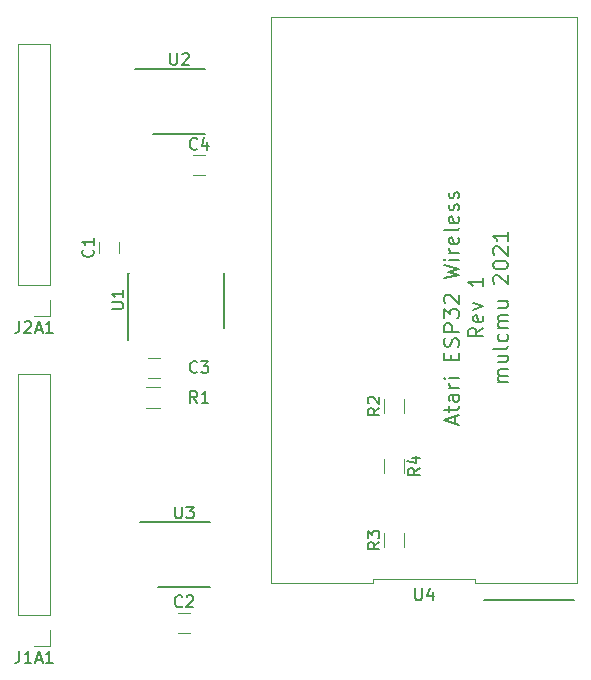
<source format=gbr>
%TF.GenerationSoftware,KiCad,Pcbnew,(5.1.9)-1*%
%TF.CreationDate,2021-05-14T21:25:46-04:00*%
%TF.ProjectId,AtariWiiWifi,41746172-6957-4696-9957-6966692e6b69,rev?*%
%TF.SameCoordinates,Original*%
%TF.FileFunction,Legend,Top*%
%TF.FilePolarity,Positive*%
%FSLAX46Y46*%
G04 Gerber Fmt 4.6, Leading zero omitted, Abs format (unit mm)*
G04 Created by KiCad (PCBNEW (5.1.9)-1) date 2021-05-14 21:25:46*
%MOMM*%
%LPD*%
G01*
G04 APERTURE LIST*
%ADD10C,0.177800*%
%ADD11C,0.120000*%
%ADD12C,0.150000*%
G04 APERTURE END LIST*
D10*
X165133866Y-103142142D02*
X165133866Y-102537380D01*
X165496723Y-103263095D02*
X164226723Y-102839761D01*
X165496723Y-102416428D01*
X164650057Y-102174523D02*
X164650057Y-101690714D01*
X164226723Y-101993095D02*
X165315295Y-101993095D01*
X165436247Y-101932619D01*
X165496723Y-101811666D01*
X165496723Y-101690714D01*
X165496723Y-100723095D02*
X164831485Y-100723095D01*
X164710533Y-100783571D01*
X164650057Y-100904523D01*
X164650057Y-101146428D01*
X164710533Y-101267380D01*
X165436247Y-100723095D02*
X165496723Y-100844047D01*
X165496723Y-101146428D01*
X165436247Y-101267380D01*
X165315295Y-101327857D01*
X165194342Y-101327857D01*
X165073390Y-101267380D01*
X165012914Y-101146428D01*
X165012914Y-100844047D01*
X164952438Y-100723095D01*
X165496723Y-100118333D02*
X164650057Y-100118333D01*
X164891961Y-100118333D02*
X164771009Y-100057857D01*
X164710533Y-99997380D01*
X164650057Y-99876428D01*
X164650057Y-99755476D01*
X165496723Y-99332142D02*
X164650057Y-99332142D01*
X164226723Y-99332142D02*
X164287200Y-99392619D01*
X164347676Y-99332142D01*
X164287200Y-99271666D01*
X164226723Y-99332142D01*
X164347676Y-99332142D01*
X164831485Y-97759761D02*
X164831485Y-97336428D01*
X165496723Y-97155000D02*
X165496723Y-97759761D01*
X164226723Y-97759761D01*
X164226723Y-97155000D01*
X165436247Y-96671190D02*
X165496723Y-96489761D01*
X165496723Y-96187380D01*
X165436247Y-96066428D01*
X165375771Y-96005952D01*
X165254819Y-95945476D01*
X165133866Y-95945476D01*
X165012914Y-96005952D01*
X164952438Y-96066428D01*
X164891961Y-96187380D01*
X164831485Y-96429285D01*
X164771009Y-96550238D01*
X164710533Y-96610714D01*
X164589580Y-96671190D01*
X164468628Y-96671190D01*
X164347676Y-96610714D01*
X164287200Y-96550238D01*
X164226723Y-96429285D01*
X164226723Y-96126904D01*
X164287200Y-95945476D01*
X165496723Y-95401190D02*
X164226723Y-95401190D01*
X164226723Y-94917380D01*
X164287200Y-94796428D01*
X164347676Y-94735952D01*
X164468628Y-94675476D01*
X164650057Y-94675476D01*
X164771009Y-94735952D01*
X164831485Y-94796428D01*
X164891961Y-94917380D01*
X164891961Y-95401190D01*
X164226723Y-94252142D02*
X164226723Y-93465952D01*
X164710533Y-93889285D01*
X164710533Y-93707857D01*
X164771009Y-93586904D01*
X164831485Y-93526428D01*
X164952438Y-93465952D01*
X165254819Y-93465952D01*
X165375771Y-93526428D01*
X165436247Y-93586904D01*
X165496723Y-93707857D01*
X165496723Y-94070714D01*
X165436247Y-94191666D01*
X165375771Y-94252142D01*
X164347676Y-92982142D02*
X164287200Y-92921666D01*
X164226723Y-92800714D01*
X164226723Y-92498333D01*
X164287200Y-92377380D01*
X164347676Y-92316904D01*
X164468628Y-92256428D01*
X164589580Y-92256428D01*
X164771009Y-92316904D01*
X165496723Y-93042619D01*
X165496723Y-92256428D01*
X164226723Y-90865476D02*
X165496723Y-90563095D01*
X164589580Y-90321190D01*
X165496723Y-90079285D01*
X164226723Y-89776904D01*
X165496723Y-89293095D02*
X164650057Y-89293095D01*
X164226723Y-89293095D02*
X164287200Y-89353571D01*
X164347676Y-89293095D01*
X164287200Y-89232619D01*
X164226723Y-89293095D01*
X164347676Y-89293095D01*
X165496723Y-88688333D02*
X164650057Y-88688333D01*
X164891961Y-88688333D02*
X164771009Y-88627857D01*
X164710533Y-88567380D01*
X164650057Y-88446428D01*
X164650057Y-88325476D01*
X165436247Y-87418333D02*
X165496723Y-87539285D01*
X165496723Y-87781190D01*
X165436247Y-87902142D01*
X165315295Y-87962619D01*
X164831485Y-87962619D01*
X164710533Y-87902142D01*
X164650057Y-87781190D01*
X164650057Y-87539285D01*
X164710533Y-87418333D01*
X164831485Y-87357857D01*
X164952438Y-87357857D01*
X165073390Y-87962619D01*
X165496723Y-86632142D02*
X165436247Y-86753095D01*
X165315295Y-86813571D01*
X164226723Y-86813571D01*
X165436247Y-85664523D02*
X165496723Y-85785476D01*
X165496723Y-86027380D01*
X165436247Y-86148333D01*
X165315295Y-86208809D01*
X164831485Y-86208809D01*
X164710533Y-86148333D01*
X164650057Y-86027380D01*
X164650057Y-85785476D01*
X164710533Y-85664523D01*
X164831485Y-85604047D01*
X164952438Y-85604047D01*
X165073390Y-86208809D01*
X165436247Y-85120238D02*
X165496723Y-84999285D01*
X165496723Y-84757380D01*
X165436247Y-84636428D01*
X165315295Y-84575952D01*
X165254819Y-84575952D01*
X165133866Y-84636428D01*
X165073390Y-84757380D01*
X165073390Y-84938809D01*
X165012914Y-85059761D01*
X164891961Y-85120238D01*
X164831485Y-85120238D01*
X164710533Y-85059761D01*
X164650057Y-84938809D01*
X164650057Y-84757380D01*
X164710533Y-84636428D01*
X165436247Y-84092142D02*
X165496723Y-83971190D01*
X165496723Y-83729285D01*
X165436247Y-83608333D01*
X165315295Y-83547857D01*
X165254819Y-83547857D01*
X165133866Y-83608333D01*
X165073390Y-83729285D01*
X165073390Y-83910714D01*
X165012914Y-84031666D01*
X164891961Y-84092142D01*
X164831485Y-84092142D01*
X164710533Y-84031666D01*
X164650057Y-83910714D01*
X164650057Y-83729285D01*
X164710533Y-83608333D01*
X167579523Y-95068571D02*
X166974761Y-95491904D01*
X167579523Y-95794285D02*
X166309523Y-95794285D01*
X166309523Y-95310476D01*
X166370000Y-95189523D01*
X166430476Y-95129047D01*
X166551428Y-95068571D01*
X166732857Y-95068571D01*
X166853809Y-95129047D01*
X166914285Y-95189523D01*
X166974761Y-95310476D01*
X166974761Y-95794285D01*
X167519047Y-94040476D02*
X167579523Y-94161428D01*
X167579523Y-94403333D01*
X167519047Y-94524285D01*
X167398095Y-94584761D01*
X166914285Y-94584761D01*
X166793333Y-94524285D01*
X166732857Y-94403333D01*
X166732857Y-94161428D01*
X166793333Y-94040476D01*
X166914285Y-93980000D01*
X167035238Y-93980000D01*
X167156190Y-94584761D01*
X166732857Y-93556666D02*
X167579523Y-93254285D01*
X166732857Y-92951904D01*
X167579523Y-90835238D02*
X167579523Y-91560952D01*
X167579523Y-91198095D02*
X166309523Y-91198095D01*
X166490952Y-91319047D01*
X166611904Y-91440000D01*
X166672380Y-91560952D01*
X169662323Y-99664761D02*
X168815657Y-99664761D01*
X168936609Y-99664761D02*
X168876133Y-99604285D01*
X168815657Y-99483333D01*
X168815657Y-99301904D01*
X168876133Y-99180952D01*
X168997085Y-99120476D01*
X169662323Y-99120476D01*
X168997085Y-99120476D02*
X168876133Y-99060000D01*
X168815657Y-98939047D01*
X168815657Y-98757619D01*
X168876133Y-98636666D01*
X168997085Y-98576190D01*
X169662323Y-98576190D01*
X168815657Y-97427142D02*
X169662323Y-97427142D01*
X168815657Y-97971428D02*
X169480895Y-97971428D01*
X169601847Y-97910952D01*
X169662323Y-97790000D01*
X169662323Y-97608571D01*
X169601847Y-97487619D01*
X169541371Y-97427142D01*
X169662323Y-96640952D02*
X169601847Y-96761904D01*
X169480895Y-96822380D01*
X168392323Y-96822380D01*
X169601847Y-95612857D02*
X169662323Y-95733809D01*
X169662323Y-95975714D01*
X169601847Y-96096666D01*
X169541371Y-96157142D01*
X169420419Y-96217619D01*
X169057561Y-96217619D01*
X168936609Y-96157142D01*
X168876133Y-96096666D01*
X168815657Y-95975714D01*
X168815657Y-95733809D01*
X168876133Y-95612857D01*
X169662323Y-95068571D02*
X168815657Y-95068571D01*
X168936609Y-95068571D02*
X168876133Y-95008095D01*
X168815657Y-94887142D01*
X168815657Y-94705714D01*
X168876133Y-94584761D01*
X168997085Y-94524285D01*
X169662323Y-94524285D01*
X168997085Y-94524285D02*
X168876133Y-94463809D01*
X168815657Y-94342857D01*
X168815657Y-94161428D01*
X168876133Y-94040476D01*
X168997085Y-93980000D01*
X169662323Y-93980000D01*
X168815657Y-92830952D02*
X169662323Y-92830952D01*
X168815657Y-93375238D02*
X169480895Y-93375238D01*
X169601847Y-93314761D01*
X169662323Y-93193809D01*
X169662323Y-93012380D01*
X169601847Y-92891428D01*
X169541371Y-92830952D01*
X168513276Y-91319047D02*
X168452800Y-91258571D01*
X168392323Y-91137619D01*
X168392323Y-90835238D01*
X168452800Y-90714285D01*
X168513276Y-90653809D01*
X168634228Y-90593333D01*
X168755180Y-90593333D01*
X168936609Y-90653809D01*
X169662323Y-91379523D01*
X169662323Y-90593333D01*
X168392323Y-89807142D02*
X168392323Y-89686190D01*
X168452800Y-89565238D01*
X168513276Y-89504761D01*
X168634228Y-89444285D01*
X168876133Y-89383809D01*
X169178514Y-89383809D01*
X169420419Y-89444285D01*
X169541371Y-89504761D01*
X169601847Y-89565238D01*
X169662323Y-89686190D01*
X169662323Y-89807142D01*
X169601847Y-89928095D01*
X169541371Y-89988571D01*
X169420419Y-90049047D01*
X169178514Y-90109523D01*
X168876133Y-90109523D01*
X168634228Y-90049047D01*
X168513276Y-89988571D01*
X168452800Y-89928095D01*
X168392323Y-89807142D01*
X168513276Y-88900000D02*
X168452800Y-88839523D01*
X168392323Y-88718571D01*
X168392323Y-88416190D01*
X168452800Y-88295238D01*
X168513276Y-88234761D01*
X168634228Y-88174285D01*
X168755180Y-88174285D01*
X168936609Y-88234761D01*
X169662323Y-88960476D01*
X169662323Y-88174285D01*
X169662323Y-86964761D02*
X169662323Y-87690476D01*
X169662323Y-87327619D02*
X168392323Y-87327619D01*
X168573752Y-87448571D01*
X168694704Y-87569523D01*
X168755180Y-87690476D01*
D11*
%TO.C,C1*%
X135040000Y-87765000D02*
X135040000Y-88765000D01*
X136740000Y-88765000D02*
X136740000Y-87765000D01*
%TO.C,J1A1*%
X130870000Y-99000000D02*
X128210000Y-99000000D01*
X130870000Y-119380000D02*
X130870000Y-99000000D01*
X128210000Y-119380000D02*
X128210000Y-99000000D01*
X130870000Y-119380000D02*
X128210000Y-119380000D01*
X130870000Y-120650000D02*
X130870000Y-121980000D01*
X130870000Y-121980000D02*
X129540000Y-121980000D01*
%TO.C,J2A1*%
X130870000Y-94040000D02*
X129540000Y-94040000D01*
X130870000Y-92710000D02*
X130870000Y-94040000D01*
X130870000Y-91440000D02*
X128210000Y-91440000D01*
X128210000Y-91440000D02*
X128210000Y-71060000D01*
X130870000Y-91440000D02*
X130870000Y-71060000D01*
X130870000Y-71060000D02*
X128210000Y-71060000D01*
%TO.C,R1*%
X140220000Y-101845000D02*
X139020000Y-101845000D01*
X139020000Y-100085000D02*
X140220000Y-100085000D01*
%TO.C,R2*%
X159140000Y-102280000D02*
X159140000Y-101080000D01*
X160900000Y-101080000D02*
X160900000Y-102280000D01*
%TO.C,R3*%
X160900000Y-112430000D02*
X160900000Y-113630000D01*
X159140000Y-113630000D02*
X159140000Y-112430000D01*
%TO.C,R4*%
X160900000Y-106160000D02*
X160900000Y-107360000D01*
X159140000Y-107360000D02*
X159140000Y-106160000D01*
D12*
%TO.C,U1*%
X137580000Y-90385000D02*
X137605000Y-90385000D01*
X145630000Y-90385000D02*
X145605000Y-90385000D01*
X145630000Y-95035000D02*
X145605000Y-95035000D01*
X137530000Y-96110000D02*
X137530000Y-90385000D01*
X145630000Y-95035000D02*
X145630000Y-90385000D01*
%TO.C,U2*%
X138055000Y-73105000D02*
X144030000Y-73105000D01*
X139630000Y-78630000D02*
X144030000Y-78630000D01*
%TO.C,U3*%
X140040000Y-117025000D02*
X144440000Y-117025000D01*
X138465000Y-111500000D02*
X144440000Y-111500000D01*
%TO.C,U4*%
X167640000Y-118110000D02*
X175260000Y-118110000D01*
D11*
X166869999Y-116670000D02*
X175489999Y-116670000D01*
X166869999Y-116310000D02*
X166869999Y-116670000D01*
X158250000Y-116310000D02*
X166869999Y-116310000D01*
X158250000Y-116670000D02*
X158250000Y-116310000D01*
X149630000Y-116670000D02*
X158250000Y-116670000D01*
X149630001Y-68750000D02*
X149630000Y-116670000D01*
X175490000Y-68750000D02*
X149630001Y-68750000D01*
X175489999Y-116670000D02*
X175490000Y-68750000D01*
%TO.C,C2*%
X141740000Y-120865000D02*
X142740000Y-120865000D01*
X142740000Y-119165000D02*
X141740000Y-119165000D01*
%TO.C,C3*%
X140200000Y-97575000D02*
X139200000Y-97575000D01*
X139200000Y-99275000D02*
X140200000Y-99275000D01*
%TO.C,C4*%
X143010000Y-82130000D02*
X144010000Y-82130000D01*
X144010000Y-80430000D02*
X143010000Y-80430000D01*
%TO.C,C1*%
D12*
X134497142Y-88431666D02*
X134544761Y-88479285D01*
X134592380Y-88622142D01*
X134592380Y-88717380D01*
X134544761Y-88860238D01*
X134449523Y-88955476D01*
X134354285Y-89003095D01*
X134163809Y-89050714D01*
X134020952Y-89050714D01*
X133830476Y-89003095D01*
X133735238Y-88955476D01*
X133640000Y-88860238D01*
X133592380Y-88717380D01*
X133592380Y-88622142D01*
X133640000Y-88479285D01*
X133687619Y-88431666D01*
X134592380Y-87479285D02*
X134592380Y-88050714D01*
X134592380Y-87765000D02*
X133592380Y-87765000D01*
X133735238Y-87860238D01*
X133830476Y-87955476D01*
X133878095Y-88050714D01*
%TO.C,J1A1*%
X128301904Y-122432380D02*
X128301904Y-123146666D01*
X128254285Y-123289523D01*
X128159047Y-123384761D01*
X128016190Y-123432380D01*
X127920952Y-123432380D01*
X129301904Y-123432380D02*
X128730476Y-123432380D01*
X129016190Y-123432380D02*
X129016190Y-122432380D01*
X128920952Y-122575238D01*
X128825714Y-122670476D01*
X128730476Y-122718095D01*
X129682857Y-123146666D02*
X130159047Y-123146666D01*
X129587619Y-123432380D02*
X129920952Y-122432380D01*
X130254285Y-123432380D01*
X131111428Y-123432380D02*
X130540000Y-123432380D01*
X130825714Y-123432380D02*
X130825714Y-122432380D01*
X130730476Y-122575238D01*
X130635238Y-122670476D01*
X130540000Y-122718095D01*
%TO.C,J2A1*%
X128301904Y-94492380D02*
X128301904Y-95206666D01*
X128254285Y-95349523D01*
X128159047Y-95444761D01*
X128016190Y-95492380D01*
X127920952Y-95492380D01*
X128730476Y-94587619D02*
X128778095Y-94540000D01*
X128873333Y-94492380D01*
X129111428Y-94492380D01*
X129206666Y-94540000D01*
X129254285Y-94587619D01*
X129301904Y-94682857D01*
X129301904Y-94778095D01*
X129254285Y-94920952D01*
X128682857Y-95492380D01*
X129301904Y-95492380D01*
X129682857Y-95206666D02*
X130159047Y-95206666D01*
X129587619Y-95492380D02*
X129920952Y-94492380D01*
X130254285Y-95492380D01*
X131111428Y-95492380D02*
X130540000Y-95492380D01*
X130825714Y-95492380D02*
X130825714Y-94492380D01*
X130730476Y-94635238D01*
X130635238Y-94730476D01*
X130540000Y-94778095D01*
%TO.C,R1*%
X143343333Y-101417380D02*
X143010000Y-100941190D01*
X142771904Y-101417380D02*
X142771904Y-100417380D01*
X143152857Y-100417380D01*
X143248095Y-100465000D01*
X143295714Y-100512619D01*
X143343333Y-100607857D01*
X143343333Y-100750714D01*
X143295714Y-100845952D01*
X143248095Y-100893571D01*
X143152857Y-100941190D01*
X142771904Y-100941190D01*
X144295714Y-101417380D02*
X143724285Y-101417380D01*
X144010000Y-101417380D02*
X144010000Y-100417380D01*
X143914761Y-100560238D01*
X143819523Y-100655476D01*
X143724285Y-100703095D01*
%TO.C,R2*%
X158772380Y-101846666D02*
X158296190Y-102180000D01*
X158772380Y-102418095D02*
X157772380Y-102418095D01*
X157772380Y-102037142D01*
X157820000Y-101941904D01*
X157867619Y-101894285D01*
X157962857Y-101846666D01*
X158105714Y-101846666D01*
X158200952Y-101894285D01*
X158248571Y-101941904D01*
X158296190Y-102037142D01*
X158296190Y-102418095D01*
X157867619Y-101465714D02*
X157820000Y-101418095D01*
X157772380Y-101322857D01*
X157772380Y-101084761D01*
X157820000Y-100989523D01*
X157867619Y-100941904D01*
X157962857Y-100894285D01*
X158058095Y-100894285D01*
X158200952Y-100941904D01*
X158772380Y-101513333D01*
X158772380Y-100894285D01*
%TO.C,R3*%
X158772380Y-113196666D02*
X158296190Y-113530000D01*
X158772380Y-113768095D02*
X157772380Y-113768095D01*
X157772380Y-113387142D01*
X157820000Y-113291904D01*
X157867619Y-113244285D01*
X157962857Y-113196666D01*
X158105714Y-113196666D01*
X158200952Y-113244285D01*
X158248571Y-113291904D01*
X158296190Y-113387142D01*
X158296190Y-113768095D01*
X157772380Y-112863333D02*
X157772380Y-112244285D01*
X158153333Y-112577619D01*
X158153333Y-112434761D01*
X158200952Y-112339523D01*
X158248571Y-112291904D01*
X158343809Y-112244285D01*
X158581904Y-112244285D01*
X158677142Y-112291904D01*
X158724761Y-112339523D01*
X158772380Y-112434761D01*
X158772380Y-112720476D01*
X158724761Y-112815714D01*
X158677142Y-112863333D01*
%TO.C,R4*%
X162172380Y-106926666D02*
X161696190Y-107260000D01*
X162172380Y-107498095D02*
X161172380Y-107498095D01*
X161172380Y-107117142D01*
X161220000Y-107021904D01*
X161267619Y-106974285D01*
X161362857Y-106926666D01*
X161505714Y-106926666D01*
X161600952Y-106974285D01*
X161648571Y-107021904D01*
X161696190Y-107117142D01*
X161696190Y-107498095D01*
X161505714Y-106069523D02*
X162172380Y-106069523D01*
X161124761Y-106307619D02*
X161839047Y-106545714D01*
X161839047Y-105926666D01*
%TO.C,U1*%
X136107380Y-93471904D02*
X136916904Y-93471904D01*
X137012142Y-93424285D01*
X137059761Y-93376666D01*
X137107380Y-93281428D01*
X137107380Y-93090952D01*
X137059761Y-92995714D01*
X137012142Y-92948095D01*
X136916904Y-92900476D01*
X136107380Y-92900476D01*
X137107380Y-91900476D02*
X137107380Y-92471904D01*
X137107380Y-92186190D02*
X136107380Y-92186190D01*
X136250238Y-92281428D01*
X136345476Y-92376666D01*
X136393095Y-92471904D01*
%TO.C,U2*%
X141068095Y-71807380D02*
X141068095Y-72616904D01*
X141115714Y-72712142D01*
X141163333Y-72759761D01*
X141258571Y-72807380D01*
X141449047Y-72807380D01*
X141544285Y-72759761D01*
X141591904Y-72712142D01*
X141639523Y-72616904D01*
X141639523Y-71807380D01*
X142068095Y-71902619D02*
X142115714Y-71855000D01*
X142210952Y-71807380D01*
X142449047Y-71807380D01*
X142544285Y-71855000D01*
X142591904Y-71902619D01*
X142639523Y-71997857D01*
X142639523Y-72093095D01*
X142591904Y-72235952D01*
X142020476Y-72807380D01*
X142639523Y-72807380D01*
%TO.C,U3*%
X141478095Y-110202380D02*
X141478095Y-111011904D01*
X141525714Y-111107142D01*
X141573333Y-111154761D01*
X141668571Y-111202380D01*
X141859047Y-111202380D01*
X141954285Y-111154761D01*
X142001904Y-111107142D01*
X142049523Y-111011904D01*
X142049523Y-110202380D01*
X142430476Y-110202380D02*
X143049523Y-110202380D01*
X142716190Y-110583333D01*
X142859047Y-110583333D01*
X142954285Y-110630952D01*
X143001904Y-110678571D01*
X143049523Y-110773809D01*
X143049523Y-111011904D01*
X143001904Y-111107142D01*
X142954285Y-111154761D01*
X142859047Y-111202380D01*
X142573333Y-111202380D01*
X142478095Y-111154761D01*
X142430476Y-111107142D01*
%TO.C,U4*%
X161798095Y-117122380D02*
X161798095Y-117931904D01*
X161845714Y-118027142D01*
X161893333Y-118074761D01*
X161988571Y-118122380D01*
X162179047Y-118122380D01*
X162274285Y-118074761D01*
X162321904Y-118027142D01*
X162369523Y-117931904D01*
X162369523Y-117122380D01*
X163274285Y-117455714D02*
X163274285Y-118122380D01*
X163036190Y-117074761D02*
X162798095Y-117789047D01*
X163417142Y-117789047D01*
%TO.C,C2*%
X142073333Y-118622142D02*
X142025714Y-118669761D01*
X141882857Y-118717380D01*
X141787619Y-118717380D01*
X141644761Y-118669761D01*
X141549523Y-118574523D01*
X141501904Y-118479285D01*
X141454285Y-118288809D01*
X141454285Y-118145952D01*
X141501904Y-117955476D01*
X141549523Y-117860238D01*
X141644761Y-117765000D01*
X141787619Y-117717380D01*
X141882857Y-117717380D01*
X142025714Y-117765000D01*
X142073333Y-117812619D01*
X142454285Y-117812619D02*
X142501904Y-117765000D01*
X142597142Y-117717380D01*
X142835238Y-117717380D01*
X142930476Y-117765000D01*
X142978095Y-117812619D01*
X143025714Y-117907857D01*
X143025714Y-118003095D01*
X142978095Y-118145952D01*
X142406666Y-118717380D01*
X143025714Y-118717380D01*
%TO.C,C3*%
X143343333Y-98782142D02*
X143295714Y-98829761D01*
X143152857Y-98877380D01*
X143057619Y-98877380D01*
X142914761Y-98829761D01*
X142819523Y-98734523D01*
X142771904Y-98639285D01*
X142724285Y-98448809D01*
X142724285Y-98305952D01*
X142771904Y-98115476D01*
X142819523Y-98020238D01*
X142914761Y-97925000D01*
X143057619Y-97877380D01*
X143152857Y-97877380D01*
X143295714Y-97925000D01*
X143343333Y-97972619D01*
X143676666Y-97877380D02*
X144295714Y-97877380D01*
X143962380Y-98258333D01*
X144105238Y-98258333D01*
X144200476Y-98305952D01*
X144248095Y-98353571D01*
X144295714Y-98448809D01*
X144295714Y-98686904D01*
X144248095Y-98782142D01*
X144200476Y-98829761D01*
X144105238Y-98877380D01*
X143819523Y-98877380D01*
X143724285Y-98829761D01*
X143676666Y-98782142D01*
%TO.C,C4*%
X143343333Y-79887142D02*
X143295714Y-79934761D01*
X143152857Y-79982380D01*
X143057619Y-79982380D01*
X142914761Y-79934761D01*
X142819523Y-79839523D01*
X142771904Y-79744285D01*
X142724285Y-79553809D01*
X142724285Y-79410952D01*
X142771904Y-79220476D01*
X142819523Y-79125238D01*
X142914761Y-79030000D01*
X143057619Y-78982380D01*
X143152857Y-78982380D01*
X143295714Y-79030000D01*
X143343333Y-79077619D01*
X144200476Y-79315714D02*
X144200476Y-79982380D01*
X143962380Y-78934761D02*
X143724285Y-79649047D01*
X144343333Y-79649047D01*
%TD*%
M02*

</source>
